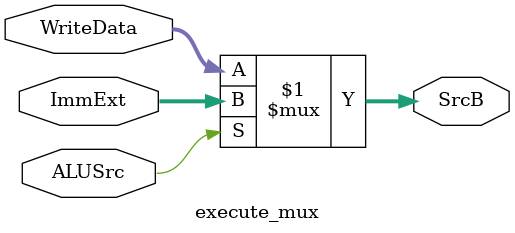
<source format=v>
`timescale 1ns / 1ps


module execute_mux(
input [31:0] WriteData,
input [31:0] ImmExt,
input ALUSrc,
output [31:0] SrcB
    );
    
    assign SrcB = (ALUSrc) ? ImmExt : WriteData;
    
endmodule

</source>
